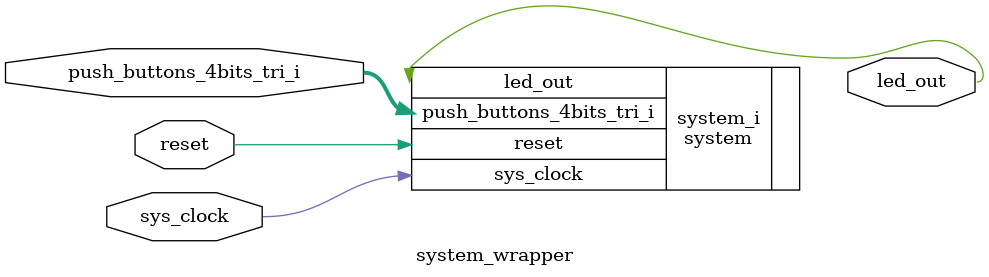
<source format=v>
`timescale 1 ps / 1 ps

module system_wrapper
   (led_out,
    push_buttons_4bits_tri_i,
    reset,
    sys_clock);
  output led_out;
  input [3:0]push_buttons_4bits_tri_i;
  input reset;
  input sys_clock;

  wire led_out;
  wire [3:0]push_buttons_4bits_tri_i;
  wire reset;
  wire sys_clock;

  system system_i
       (.led_out(led_out),
        .push_buttons_4bits_tri_i(push_buttons_4bits_tri_i),
        .reset(reset),
        .sys_clock(sys_clock));
endmodule

</source>
